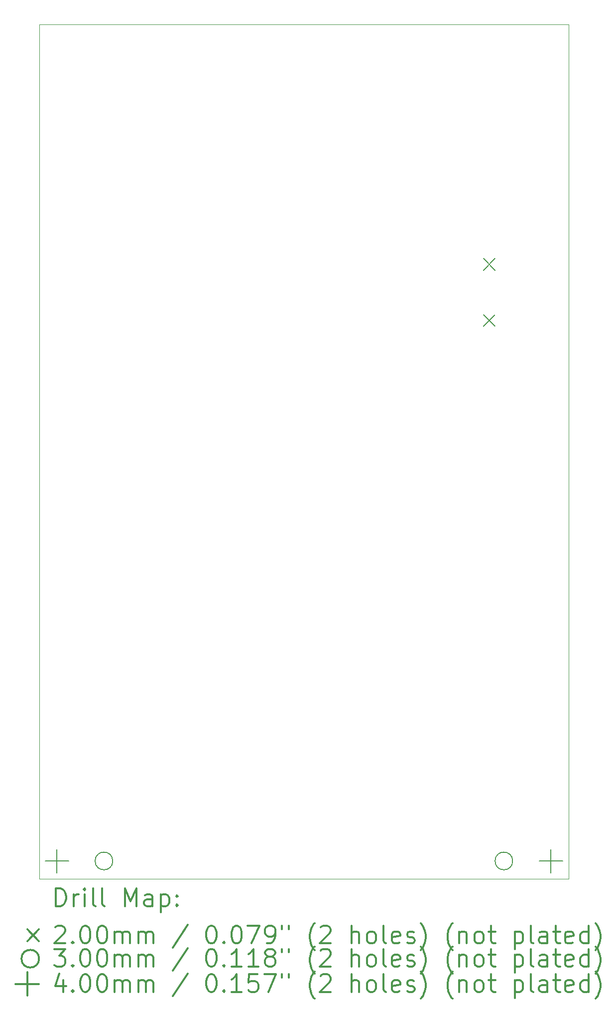
<source format=gbr>
%FSLAX45Y45*%
G04 Gerber Fmt 4.5, Leading zero omitted, Abs format (unit mm)*
G04 Created by KiCad (PCBNEW 5.1.8-db9833491~87~ubuntu18.04.1) date 2020-11-23 07:54:48*
%MOMM*%
%LPD*%
G01*
G04 APERTURE LIST*
%TA.AperFunction,Profile*%
%ADD10C,0.050000*%
%TD*%
%ADD11C,0.200000*%
%ADD12C,0.300000*%
G04 APERTURE END LIST*
D10*
X17000000Y-3000000D02*
X8000000Y-3000000D01*
X17000000Y-17500000D02*
X17000000Y-3000000D01*
X8000000Y-17500000D02*
X17000000Y-17500000D01*
X8000000Y-3000000D02*
X8000000Y-17500000D01*
D11*
X15550000Y-6975000D02*
X15750000Y-7175000D01*
X15750000Y-6975000D02*
X15550000Y-7175000D01*
X15550000Y-7925000D02*
X15750000Y-8125000D01*
X15750000Y-7925000D02*
X15550000Y-8125000D01*
X9250000Y-17200000D02*
G75*
G03*
X9250000Y-17200000I-150000J0D01*
G01*
X16050000Y-17200000D02*
G75*
G03*
X16050000Y-17200000I-150000J0D01*
G01*
X16700000Y-17000000D02*
X16700000Y-17400000D01*
X16500000Y-17200000D02*
X16900000Y-17200000D01*
X8300000Y-17000000D02*
X8300000Y-17400000D01*
X8100000Y-17200000D02*
X8500000Y-17200000D01*
D12*
X8283928Y-17968214D02*
X8283928Y-17668214D01*
X8355357Y-17668214D01*
X8398214Y-17682500D01*
X8426786Y-17711072D01*
X8441071Y-17739643D01*
X8455357Y-17796786D01*
X8455357Y-17839643D01*
X8441071Y-17896786D01*
X8426786Y-17925357D01*
X8398214Y-17953929D01*
X8355357Y-17968214D01*
X8283928Y-17968214D01*
X8583928Y-17968214D02*
X8583928Y-17768214D01*
X8583928Y-17825357D02*
X8598214Y-17796786D01*
X8612500Y-17782500D01*
X8641071Y-17768214D01*
X8669643Y-17768214D01*
X8769643Y-17968214D02*
X8769643Y-17768214D01*
X8769643Y-17668214D02*
X8755357Y-17682500D01*
X8769643Y-17696786D01*
X8783928Y-17682500D01*
X8769643Y-17668214D01*
X8769643Y-17696786D01*
X8955357Y-17968214D02*
X8926786Y-17953929D01*
X8912500Y-17925357D01*
X8912500Y-17668214D01*
X9112500Y-17968214D02*
X9083928Y-17953929D01*
X9069643Y-17925357D01*
X9069643Y-17668214D01*
X9455357Y-17968214D02*
X9455357Y-17668214D01*
X9555357Y-17882500D01*
X9655357Y-17668214D01*
X9655357Y-17968214D01*
X9926786Y-17968214D02*
X9926786Y-17811072D01*
X9912500Y-17782500D01*
X9883928Y-17768214D01*
X9826786Y-17768214D01*
X9798214Y-17782500D01*
X9926786Y-17953929D02*
X9898214Y-17968214D01*
X9826786Y-17968214D01*
X9798214Y-17953929D01*
X9783928Y-17925357D01*
X9783928Y-17896786D01*
X9798214Y-17868214D01*
X9826786Y-17853929D01*
X9898214Y-17853929D01*
X9926786Y-17839643D01*
X10069643Y-17768214D02*
X10069643Y-18068214D01*
X10069643Y-17782500D02*
X10098214Y-17768214D01*
X10155357Y-17768214D01*
X10183928Y-17782500D01*
X10198214Y-17796786D01*
X10212500Y-17825357D01*
X10212500Y-17911072D01*
X10198214Y-17939643D01*
X10183928Y-17953929D01*
X10155357Y-17968214D01*
X10098214Y-17968214D01*
X10069643Y-17953929D01*
X10341071Y-17939643D02*
X10355357Y-17953929D01*
X10341071Y-17968214D01*
X10326786Y-17953929D01*
X10341071Y-17939643D01*
X10341071Y-17968214D01*
X10341071Y-17782500D02*
X10355357Y-17796786D01*
X10341071Y-17811072D01*
X10326786Y-17796786D01*
X10341071Y-17782500D01*
X10341071Y-17811072D01*
X7797500Y-18362500D02*
X7997500Y-18562500D01*
X7997500Y-18362500D02*
X7797500Y-18562500D01*
X8269643Y-18326786D02*
X8283928Y-18312500D01*
X8312500Y-18298214D01*
X8383928Y-18298214D01*
X8412500Y-18312500D01*
X8426786Y-18326786D01*
X8441071Y-18355357D01*
X8441071Y-18383929D01*
X8426786Y-18426786D01*
X8255357Y-18598214D01*
X8441071Y-18598214D01*
X8569643Y-18569643D02*
X8583928Y-18583929D01*
X8569643Y-18598214D01*
X8555357Y-18583929D01*
X8569643Y-18569643D01*
X8569643Y-18598214D01*
X8769643Y-18298214D02*
X8798214Y-18298214D01*
X8826786Y-18312500D01*
X8841071Y-18326786D01*
X8855357Y-18355357D01*
X8869643Y-18412500D01*
X8869643Y-18483929D01*
X8855357Y-18541072D01*
X8841071Y-18569643D01*
X8826786Y-18583929D01*
X8798214Y-18598214D01*
X8769643Y-18598214D01*
X8741071Y-18583929D01*
X8726786Y-18569643D01*
X8712500Y-18541072D01*
X8698214Y-18483929D01*
X8698214Y-18412500D01*
X8712500Y-18355357D01*
X8726786Y-18326786D01*
X8741071Y-18312500D01*
X8769643Y-18298214D01*
X9055357Y-18298214D02*
X9083928Y-18298214D01*
X9112500Y-18312500D01*
X9126786Y-18326786D01*
X9141071Y-18355357D01*
X9155357Y-18412500D01*
X9155357Y-18483929D01*
X9141071Y-18541072D01*
X9126786Y-18569643D01*
X9112500Y-18583929D01*
X9083928Y-18598214D01*
X9055357Y-18598214D01*
X9026786Y-18583929D01*
X9012500Y-18569643D01*
X8998214Y-18541072D01*
X8983928Y-18483929D01*
X8983928Y-18412500D01*
X8998214Y-18355357D01*
X9012500Y-18326786D01*
X9026786Y-18312500D01*
X9055357Y-18298214D01*
X9283928Y-18598214D02*
X9283928Y-18398214D01*
X9283928Y-18426786D02*
X9298214Y-18412500D01*
X9326786Y-18398214D01*
X9369643Y-18398214D01*
X9398214Y-18412500D01*
X9412500Y-18441072D01*
X9412500Y-18598214D01*
X9412500Y-18441072D02*
X9426786Y-18412500D01*
X9455357Y-18398214D01*
X9498214Y-18398214D01*
X9526786Y-18412500D01*
X9541071Y-18441072D01*
X9541071Y-18598214D01*
X9683928Y-18598214D02*
X9683928Y-18398214D01*
X9683928Y-18426786D02*
X9698214Y-18412500D01*
X9726786Y-18398214D01*
X9769643Y-18398214D01*
X9798214Y-18412500D01*
X9812500Y-18441072D01*
X9812500Y-18598214D01*
X9812500Y-18441072D02*
X9826786Y-18412500D01*
X9855357Y-18398214D01*
X9898214Y-18398214D01*
X9926786Y-18412500D01*
X9941071Y-18441072D01*
X9941071Y-18598214D01*
X10526786Y-18283929D02*
X10269643Y-18669643D01*
X10912500Y-18298214D02*
X10941071Y-18298214D01*
X10969643Y-18312500D01*
X10983928Y-18326786D01*
X10998214Y-18355357D01*
X11012500Y-18412500D01*
X11012500Y-18483929D01*
X10998214Y-18541072D01*
X10983928Y-18569643D01*
X10969643Y-18583929D01*
X10941071Y-18598214D01*
X10912500Y-18598214D01*
X10883928Y-18583929D01*
X10869643Y-18569643D01*
X10855357Y-18541072D01*
X10841071Y-18483929D01*
X10841071Y-18412500D01*
X10855357Y-18355357D01*
X10869643Y-18326786D01*
X10883928Y-18312500D01*
X10912500Y-18298214D01*
X11141071Y-18569643D02*
X11155357Y-18583929D01*
X11141071Y-18598214D01*
X11126786Y-18583929D01*
X11141071Y-18569643D01*
X11141071Y-18598214D01*
X11341071Y-18298214D02*
X11369643Y-18298214D01*
X11398214Y-18312500D01*
X11412500Y-18326786D01*
X11426786Y-18355357D01*
X11441071Y-18412500D01*
X11441071Y-18483929D01*
X11426786Y-18541072D01*
X11412500Y-18569643D01*
X11398214Y-18583929D01*
X11369643Y-18598214D01*
X11341071Y-18598214D01*
X11312500Y-18583929D01*
X11298214Y-18569643D01*
X11283928Y-18541072D01*
X11269643Y-18483929D01*
X11269643Y-18412500D01*
X11283928Y-18355357D01*
X11298214Y-18326786D01*
X11312500Y-18312500D01*
X11341071Y-18298214D01*
X11541071Y-18298214D02*
X11741071Y-18298214D01*
X11612500Y-18598214D01*
X11869643Y-18598214D02*
X11926786Y-18598214D01*
X11955357Y-18583929D01*
X11969643Y-18569643D01*
X11998214Y-18526786D01*
X12012500Y-18469643D01*
X12012500Y-18355357D01*
X11998214Y-18326786D01*
X11983928Y-18312500D01*
X11955357Y-18298214D01*
X11898214Y-18298214D01*
X11869643Y-18312500D01*
X11855357Y-18326786D01*
X11841071Y-18355357D01*
X11841071Y-18426786D01*
X11855357Y-18455357D01*
X11869643Y-18469643D01*
X11898214Y-18483929D01*
X11955357Y-18483929D01*
X11983928Y-18469643D01*
X11998214Y-18455357D01*
X12012500Y-18426786D01*
X12126786Y-18298214D02*
X12126786Y-18355357D01*
X12241071Y-18298214D02*
X12241071Y-18355357D01*
X12683928Y-18712500D02*
X12669643Y-18698214D01*
X12641071Y-18655357D01*
X12626786Y-18626786D01*
X12612500Y-18583929D01*
X12598214Y-18512500D01*
X12598214Y-18455357D01*
X12612500Y-18383929D01*
X12626786Y-18341072D01*
X12641071Y-18312500D01*
X12669643Y-18269643D01*
X12683928Y-18255357D01*
X12783928Y-18326786D02*
X12798214Y-18312500D01*
X12826786Y-18298214D01*
X12898214Y-18298214D01*
X12926786Y-18312500D01*
X12941071Y-18326786D01*
X12955357Y-18355357D01*
X12955357Y-18383929D01*
X12941071Y-18426786D01*
X12769643Y-18598214D01*
X12955357Y-18598214D01*
X13312500Y-18598214D02*
X13312500Y-18298214D01*
X13441071Y-18598214D02*
X13441071Y-18441072D01*
X13426786Y-18412500D01*
X13398214Y-18398214D01*
X13355357Y-18398214D01*
X13326786Y-18412500D01*
X13312500Y-18426786D01*
X13626786Y-18598214D02*
X13598214Y-18583929D01*
X13583928Y-18569643D01*
X13569643Y-18541072D01*
X13569643Y-18455357D01*
X13583928Y-18426786D01*
X13598214Y-18412500D01*
X13626786Y-18398214D01*
X13669643Y-18398214D01*
X13698214Y-18412500D01*
X13712500Y-18426786D01*
X13726786Y-18455357D01*
X13726786Y-18541072D01*
X13712500Y-18569643D01*
X13698214Y-18583929D01*
X13669643Y-18598214D01*
X13626786Y-18598214D01*
X13898214Y-18598214D02*
X13869643Y-18583929D01*
X13855357Y-18555357D01*
X13855357Y-18298214D01*
X14126786Y-18583929D02*
X14098214Y-18598214D01*
X14041071Y-18598214D01*
X14012500Y-18583929D01*
X13998214Y-18555357D01*
X13998214Y-18441072D01*
X14012500Y-18412500D01*
X14041071Y-18398214D01*
X14098214Y-18398214D01*
X14126786Y-18412500D01*
X14141071Y-18441072D01*
X14141071Y-18469643D01*
X13998214Y-18498214D01*
X14255357Y-18583929D02*
X14283928Y-18598214D01*
X14341071Y-18598214D01*
X14369643Y-18583929D01*
X14383928Y-18555357D01*
X14383928Y-18541072D01*
X14369643Y-18512500D01*
X14341071Y-18498214D01*
X14298214Y-18498214D01*
X14269643Y-18483929D01*
X14255357Y-18455357D01*
X14255357Y-18441072D01*
X14269643Y-18412500D01*
X14298214Y-18398214D01*
X14341071Y-18398214D01*
X14369643Y-18412500D01*
X14483928Y-18712500D02*
X14498214Y-18698214D01*
X14526786Y-18655357D01*
X14541071Y-18626786D01*
X14555357Y-18583929D01*
X14569643Y-18512500D01*
X14569643Y-18455357D01*
X14555357Y-18383929D01*
X14541071Y-18341072D01*
X14526786Y-18312500D01*
X14498214Y-18269643D01*
X14483928Y-18255357D01*
X15026786Y-18712500D02*
X15012500Y-18698214D01*
X14983928Y-18655357D01*
X14969643Y-18626786D01*
X14955357Y-18583929D01*
X14941071Y-18512500D01*
X14941071Y-18455357D01*
X14955357Y-18383929D01*
X14969643Y-18341072D01*
X14983928Y-18312500D01*
X15012500Y-18269643D01*
X15026786Y-18255357D01*
X15141071Y-18398214D02*
X15141071Y-18598214D01*
X15141071Y-18426786D02*
X15155357Y-18412500D01*
X15183928Y-18398214D01*
X15226786Y-18398214D01*
X15255357Y-18412500D01*
X15269643Y-18441072D01*
X15269643Y-18598214D01*
X15455357Y-18598214D02*
X15426786Y-18583929D01*
X15412500Y-18569643D01*
X15398214Y-18541072D01*
X15398214Y-18455357D01*
X15412500Y-18426786D01*
X15426786Y-18412500D01*
X15455357Y-18398214D01*
X15498214Y-18398214D01*
X15526786Y-18412500D01*
X15541071Y-18426786D01*
X15555357Y-18455357D01*
X15555357Y-18541072D01*
X15541071Y-18569643D01*
X15526786Y-18583929D01*
X15498214Y-18598214D01*
X15455357Y-18598214D01*
X15641071Y-18398214D02*
X15755357Y-18398214D01*
X15683928Y-18298214D02*
X15683928Y-18555357D01*
X15698214Y-18583929D01*
X15726786Y-18598214D01*
X15755357Y-18598214D01*
X16083928Y-18398214D02*
X16083928Y-18698214D01*
X16083928Y-18412500D02*
X16112500Y-18398214D01*
X16169643Y-18398214D01*
X16198214Y-18412500D01*
X16212500Y-18426786D01*
X16226786Y-18455357D01*
X16226786Y-18541072D01*
X16212500Y-18569643D01*
X16198214Y-18583929D01*
X16169643Y-18598214D01*
X16112500Y-18598214D01*
X16083928Y-18583929D01*
X16398214Y-18598214D02*
X16369643Y-18583929D01*
X16355357Y-18555357D01*
X16355357Y-18298214D01*
X16641071Y-18598214D02*
X16641071Y-18441072D01*
X16626786Y-18412500D01*
X16598214Y-18398214D01*
X16541071Y-18398214D01*
X16512500Y-18412500D01*
X16641071Y-18583929D02*
X16612500Y-18598214D01*
X16541071Y-18598214D01*
X16512500Y-18583929D01*
X16498214Y-18555357D01*
X16498214Y-18526786D01*
X16512500Y-18498214D01*
X16541071Y-18483929D01*
X16612500Y-18483929D01*
X16641071Y-18469643D01*
X16741071Y-18398214D02*
X16855357Y-18398214D01*
X16783928Y-18298214D02*
X16783928Y-18555357D01*
X16798214Y-18583929D01*
X16826786Y-18598214D01*
X16855357Y-18598214D01*
X17069643Y-18583929D02*
X17041071Y-18598214D01*
X16983928Y-18598214D01*
X16955357Y-18583929D01*
X16941071Y-18555357D01*
X16941071Y-18441072D01*
X16955357Y-18412500D01*
X16983928Y-18398214D01*
X17041071Y-18398214D01*
X17069643Y-18412500D01*
X17083928Y-18441072D01*
X17083928Y-18469643D01*
X16941071Y-18498214D01*
X17341071Y-18598214D02*
X17341071Y-18298214D01*
X17341071Y-18583929D02*
X17312500Y-18598214D01*
X17255357Y-18598214D01*
X17226786Y-18583929D01*
X17212500Y-18569643D01*
X17198214Y-18541072D01*
X17198214Y-18455357D01*
X17212500Y-18426786D01*
X17226786Y-18412500D01*
X17255357Y-18398214D01*
X17312500Y-18398214D01*
X17341071Y-18412500D01*
X17455357Y-18712500D02*
X17469643Y-18698214D01*
X17498214Y-18655357D01*
X17512500Y-18626786D01*
X17526786Y-18583929D01*
X17541071Y-18512500D01*
X17541071Y-18455357D01*
X17526786Y-18383929D01*
X17512500Y-18341072D01*
X17498214Y-18312500D01*
X17469643Y-18269643D01*
X17455357Y-18255357D01*
X7997500Y-18858500D02*
G75*
G03*
X7997500Y-18858500I-150000J0D01*
G01*
X8255357Y-18694214D02*
X8441071Y-18694214D01*
X8341071Y-18808500D01*
X8383928Y-18808500D01*
X8412500Y-18822786D01*
X8426786Y-18837072D01*
X8441071Y-18865643D01*
X8441071Y-18937072D01*
X8426786Y-18965643D01*
X8412500Y-18979929D01*
X8383928Y-18994214D01*
X8298214Y-18994214D01*
X8269643Y-18979929D01*
X8255357Y-18965643D01*
X8569643Y-18965643D02*
X8583928Y-18979929D01*
X8569643Y-18994214D01*
X8555357Y-18979929D01*
X8569643Y-18965643D01*
X8569643Y-18994214D01*
X8769643Y-18694214D02*
X8798214Y-18694214D01*
X8826786Y-18708500D01*
X8841071Y-18722786D01*
X8855357Y-18751357D01*
X8869643Y-18808500D01*
X8869643Y-18879929D01*
X8855357Y-18937072D01*
X8841071Y-18965643D01*
X8826786Y-18979929D01*
X8798214Y-18994214D01*
X8769643Y-18994214D01*
X8741071Y-18979929D01*
X8726786Y-18965643D01*
X8712500Y-18937072D01*
X8698214Y-18879929D01*
X8698214Y-18808500D01*
X8712500Y-18751357D01*
X8726786Y-18722786D01*
X8741071Y-18708500D01*
X8769643Y-18694214D01*
X9055357Y-18694214D02*
X9083928Y-18694214D01*
X9112500Y-18708500D01*
X9126786Y-18722786D01*
X9141071Y-18751357D01*
X9155357Y-18808500D01*
X9155357Y-18879929D01*
X9141071Y-18937072D01*
X9126786Y-18965643D01*
X9112500Y-18979929D01*
X9083928Y-18994214D01*
X9055357Y-18994214D01*
X9026786Y-18979929D01*
X9012500Y-18965643D01*
X8998214Y-18937072D01*
X8983928Y-18879929D01*
X8983928Y-18808500D01*
X8998214Y-18751357D01*
X9012500Y-18722786D01*
X9026786Y-18708500D01*
X9055357Y-18694214D01*
X9283928Y-18994214D02*
X9283928Y-18794214D01*
X9283928Y-18822786D02*
X9298214Y-18808500D01*
X9326786Y-18794214D01*
X9369643Y-18794214D01*
X9398214Y-18808500D01*
X9412500Y-18837072D01*
X9412500Y-18994214D01*
X9412500Y-18837072D02*
X9426786Y-18808500D01*
X9455357Y-18794214D01*
X9498214Y-18794214D01*
X9526786Y-18808500D01*
X9541071Y-18837072D01*
X9541071Y-18994214D01*
X9683928Y-18994214D02*
X9683928Y-18794214D01*
X9683928Y-18822786D02*
X9698214Y-18808500D01*
X9726786Y-18794214D01*
X9769643Y-18794214D01*
X9798214Y-18808500D01*
X9812500Y-18837072D01*
X9812500Y-18994214D01*
X9812500Y-18837072D02*
X9826786Y-18808500D01*
X9855357Y-18794214D01*
X9898214Y-18794214D01*
X9926786Y-18808500D01*
X9941071Y-18837072D01*
X9941071Y-18994214D01*
X10526786Y-18679929D02*
X10269643Y-19065643D01*
X10912500Y-18694214D02*
X10941071Y-18694214D01*
X10969643Y-18708500D01*
X10983928Y-18722786D01*
X10998214Y-18751357D01*
X11012500Y-18808500D01*
X11012500Y-18879929D01*
X10998214Y-18937072D01*
X10983928Y-18965643D01*
X10969643Y-18979929D01*
X10941071Y-18994214D01*
X10912500Y-18994214D01*
X10883928Y-18979929D01*
X10869643Y-18965643D01*
X10855357Y-18937072D01*
X10841071Y-18879929D01*
X10841071Y-18808500D01*
X10855357Y-18751357D01*
X10869643Y-18722786D01*
X10883928Y-18708500D01*
X10912500Y-18694214D01*
X11141071Y-18965643D02*
X11155357Y-18979929D01*
X11141071Y-18994214D01*
X11126786Y-18979929D01*
X11141071Y-18965643D01*
X11141071Y-18994214D01*
X11441071Y-18994214D02*
X11269643Y-18994214D01*
X11355357Y-18994214D02*
X11355357Y-18694214D01*
X11326786Y-18737072D01*
X11298214Y-18765643D01*
X11269643Y-18779929D01*
X11726786Y-18994214D02*
X11555357Y-18994214D01*
X11641071Y-18994214D02*
X11641071Y-18694214D01*
X11612500Y-18737072D01*
X11583928Y-18765643D01*
X11555357Y-18779929D01*
X11898214Y-18822786D02*
X11869643Y-18808500D01*
X11855357Y-18794214D01*
X11841071Y-18765643D01*
X11841071Y-18751357D01*
X11855357Y-18722786D01*
X11869643Y-18708500D01*
X11898214Y-18694214D01*
X11955357Y-18694214D01*
X11983928Y-18708500D01*
X11998214Y-18722786D01*
X12012500Y-18751357D01*
X12012500Y-18765643D01*
X11998214Y-18794214D01*
X11983928Y-18808500D01*
X11955357Y-18822786D01*
X11898214Y-18822786D01*
X11869643Y-18837072D01*
X11855357Y-18851357D01*
X11841071Y-18879929D01*
X11841071Y-18937072D01*
X11855357Y-18965643D01*
X11869643Y-18979929D01*
X11898214Y-18994214D01*
X11955357Y-18994214D01*
X11983928Y-18979929D01*
X11998214Y-18965643D01*
X12012500Y-18937072D01*
X12012500Y-18879929D01*
X11998214Y-18851357D01*
X11983928Y-18837072D01*
X11955357Y-18822786D01*
X12126786Y-18694214D02*
X12126786Y-18751357D01*
X12241071Y-18694214D02*
X12241071Y-18751357D01*
X12683928Y-19108500D02*
X12669643Y-19094214D01*
X12641071Y-19051357D01*
X12626786Y-19022786D01*
X12612500Y-18979929D01*
X12598214Y-18908500D01*
X12598214Y-18851357D01*
X12612500Y-18779929D01*
X12626786Y-18737072D01*
X12641071Y-18708500D01*
X12669643Y-18665643D01*
X12683928Y-18651357D01*
X12783928Y-18722786D02*
X12798214Y-18708500D01*
X12826786Y-18694214D01*
X12898214Y-18694214D01*
X12926786Y-18708500D01*
X12941071Y-18722786D01*
X12955357Y-18751357D01*
X12955357Y-18779929D01*
X12941071Y-18822786D01*
X12769643Y-18994214D01*
X12955357Y-18994214D01*
X13312500Y-18994214D02*
X13312500Y-18694214D01*
X13441071Y-18994214D02*
X13441071Y-18837072D01*
X13426786Y-18808500D01*
X13398214Y-18794214D01*
X13355357Y-18794214D01*
X13326786Y-18808500D01*
X13312500Y-18822786D01*
X13626786Y-18994214D02*
X13598214Y-18979929D01*
X13583928Y-18965643D01*
X13569643Y-18937072D01*
X13569643Y-18851357D01*
X13583928Y-18822786D01*
X13598214Y-18808500D01*
X13626786Y-18794214D01*
X13669643Y-18794214D01*
X13698214Y-18808500D01*
X13712500Y-18822786D01*
X13726786Y-18851357D01*
X13726786Y-18937072D01*
X13712500Y-18965643D01*
X13698214Y-18979929D01*
X13669643Y-18994214D01*
X13626786Y-18994214D01*
X13898214Y-18994214D02*
X13869643Y-18979929D01*
X13855357Y-18951357D01*
X13855357Y-18694214D01*
X14126786Y-18979929D02*
X14098214Y-18994214D01*
X14041071Y-18994214D01*
X14012500Y-18979929D01*
X13998214Y-18951357D01*
X13998214Y-18837072D01*
X14012500Y-18808500D01*
X14041071Y-18794214D01*
X14098214Y-18794214D01*
X14126786Y-18808500D01*
X14141071Y-18837072D01*
X14141071Y-18865643D01*
X13998214Y-18894214D01*
X14255357Y-18979929D02*
X14283928Y-18994214D01*
X14341071Y-18994214D01*
X14369643Y-18979929D01*
X14383928Y-18951357D01*
X14383928Y-18937072D01*
X14369643Y-18908500D01*
X14341071Y-18894214D01*
X14298214Y-18894214D01*
X14269643Y-18879929D01*
X14255357Y-18851357D01*
X14255357Y-18837072D01*
X14269643Y-18808500D01*
X14298214Y-18794214D01*
X14341071Y-18794214D01*
X14369643Y-18808500D01*
X14483928Y-19108500D02*
X14498214Y-19094214D01*
X14526786Y-19051357D01*
X14541071Y-19022786D01*
X14555357Y-18979929D01*
X14569643Y-18908500D01*
X14569643Y-18851357D01*
X14555357Y-18779929D01*
X14541071Y-18737072D01*
X14526786Y-18708500D01*
X14498214Y-18665643D01*
X14483928Y-18651357D01*
X15026786Y-19108500D02*
X15012500Y-19094214D01*
X14983928Y-19051357D01*
X14969643Y-19022786D01*
X14955357Y-18979929D01*
X14941071Y-18908500D01*
X14941071Y-18851357D01*
X14955357Y-18779929D01*
X14969643Y-18737072D01*
X14983928Y-18708500D01*
X15012500Y-18665643D01*
X15026786Y-18651357D01*
X15141071Y-18794214D02*
X15141071Y-18994214D01*
X15141071Y-18822786D02*
X15155357Y-18808500D01*
X15183928Y-18794214D01*
X15226786Y-18794214D01*
X15255357Y-18808500D01*
X15269643Y-18837072D01*
X15269643Y-18994214D01*
X15455357Y-18994214D02*
X15426786Y-18979929D01*
X15412500Y-18965643D01*
X15398214Y-18937072D01*
X15398214Y-18851357D01*
X15412500Y-18822786D01*
X15426786Y-18808500D01*
X15455357Y-18794214D01*
X15498214Y-18794214D01*
X15526786Y-18808500D01*
X15541071Y-18822786D01*
X15555357Y-18851357D01*
X15555357Y-18937072D01*
X15541071Y-18965643D01*
X15526786Y-18979929D01*
X15498214Y-18994214D01*
X15455357Y-18994214D01*
X15641071Y-18794214D02*
X15755357Y-18794214D01*
X15683928Y-18694214D02*
X15683928Y-18951357D01*
X15698214Y-18979929D01*
X15726786Y-18994214D01*
X15755357Y-18994214D01*
X16083928Y-18794214D02*
X16083928Y-19094214D01*
X16083928Y-18808500D02*
X16112500Y-18794214D01*
X16169643Y-18794214D01*
X16198214Y-18808500D01*
X16212500Y-18822786D01*
X16226786Y-18851357D01*
X16226786Y-18937072D01*
X16212500Y-18965643D01*
X16198214Y-18979929D01*
X16169643Y-18994214D01*
X16112500Y-18994214D01*
X16083928Y-18979929D01*
X16398214Y-18994214D02*
X16369643Y-18979929D01*
X16355357Y-18951357D01*
X16355357Y-18694214D01*
X16641071Y-18994214D02*
X16641071Y-18837072D01*
X16626786Y-18808500D01*
X16598214Y-18794214D01*
X16541071Y-18794214D01*
X16512500Y-18808500D01*
X16641071Y-18979929D02*
X16612500Y-18994214D01*
X16541071Y-18994214D01*
X16512500Y-18979929D01*
X16498214Y-18951357D01*
X16498214Y-18922786D01*
X16512500Y-18894214D01*
X16541071Y-18879929D01*
X16612500Y-18879929D01*
X16641071Y-18865643D01*
X16741071Y-18794214D02*
X16855357Y-18794214D01*
X16783928Y-18694214D02*
X16783928Y-18951357D01*
X16798214Y-18979929D01*
X16826786Y-18994214D01*
X16855357Y-18994214D01*
X17069643Y-18979929D02*
X17041071Y-18994214D01*
X16983928Y-18994214D01*
X16955357Y-18979929D01*
X16941071Y-18951357D01*
X16941071Y-18837072D01*
X16955357Y-18808500D01*
X16983928Y-18794214D01*
X17041071Y-18794214D01*
X17069643Y-18808500D01*
X17083928Y-18837072D01*
X17083928Y-18865643D01*
X16941071Y-18894214D01*
X17341071Y-18994214D02*
X17341071Y-18694214D01*
X17341071Y-18979929D02*
X17312500Y-18994214D01*
X17255357Y-18994214D01*
X17226786Y-18979929D01*
X17212500Y-18965643D01*
X17198214Y-18937072D01*
X17198214Y-18851357D01*
X17212500Y-18822786D01*
X17226786Y-18808500D01*
X17255357Y-18794214D01*
X17312500Y-18794214D01*
X17341071Y-18808500D01*
X17455357Y-19108500D02*
X17469643Y-19094214D01*
X17498214Y-19051357D01*
X17512500Y-19022786D01*
X17526786Y-18979929D01*
X17541071Y-18908500D01*
X17541071Y-18851357D01*
X17526786Y-18779929D01*
X17512500Y-18737072D01*
X17498214Y-18708500D01*
X17469643Y-18665643D01*
X17455357Y-18651357D01*
X7797500Y-19088500D02*
X7797500Y-19488500D01*
X7597500Y-19288500D02*
X7997500Y-19288500D01*
X8412500Y-19224214D02*
X8412500Y-19424214D01*
X8341071Y-19109929D02*
X8269643Y-19324214D01*
X8455357Y-19324214D01*
X8569643Y-19395643D02*
X8583928Y-19409929D01*
X8569643Y-19424214D01*
X8555357Y-19409929D01*
X8569643Y-19395643D01*
X8569643Y-19424214D01*
X8769643Y-19124214D02*
X8798214Y-19124214D01*
X8826786Y-19138500D01*
X8841071Y-19152786D01*
X8855357Y-19181357D01*
X8869643Y-19238500D01*
X8869643Y-19309929D01*
X8855357Y-19367072D01*
X8841071Y-19395643D01*
X8826786Y-19409929D01*
X8798214Y-19424214D01*
X8769643Y-19424214D01*
X8741071Y-19409929D01*
X8726786Y-19395643D01*
X8712500Y-19367072D01*
X8698214Y-19309929D01*
X8698214Y-19238500D01*
X8712500Y-19181357D01*
X8726786Y-19152786D01*
X8741071Y-19138500D01*
X8769643Y-19124214D01*
X9055357Y-19124214D02*
X9083928Y-19124214D01*
X9112500Y-19138500D01*
X9126786Y-19152786D01*
X9141071Y-19181357D01*
X9155357Y-19238500D01*
X9155357Y-19309929D01*
X9141071Y-19367072D01*
X9126786Y-19395643D01*
X9112500Y-19409929D01*
X9083928Y-19424214D01*
X9055357Y-19424214D01*
X9026786Y-19409929D01*
X9012500Y-19395643D01*
X8998214Y-19367072D01*
X8983928Y-19309929D01*
X8983928Y-19238500D01*
X8998214Y-19181357D01*
X9012500Y-19152786D01*
X9026786Y-19138500D01*
X9055357Y-19124214D01*
X9283928Y-19424214D02*
X9283928Y-19224214D01*
X9283928Y-19252786D02*
X9298214Y-19238500D01*
X9326786Y-19224214D01*
X9369643Y-19224214D01*
X9398214Y-19238500D01*
X9412500Y-19267072D01*
X9412500Y-19424214D01*
X9412500Y-19267072D02*
X9426786Y-19238500D01*
X9455357Y-19224214D01*
X9498214Y-19224214D01*
X9526786Y-19238500D01*
X9541071Y-19267072D01*
X9541071Y-19424214D01*
X9683928Y-19424214D02*
X9683928Y-19224214D01*
X9683928Y-19252786D02*
X9698214Y-19238500D01*
X9726786Y-19224214D01*
X9769643Y-19224214D01*
X9798214Y-19238500D01*
X9812500Y-19267072D01*
X9812500Y-19424214D01*
X9812500Y-19267072D02*
X9826786Y-19238500D01*
X9855357Y-19224214D01*
X9898214Y-19224214D01*
X9926786Y-19238500D01*
X9941071Y-19267072D01*
X9941071Y-19424214D01*
X10526786Y-19109929D02*
X10269643Y-19495643D01*
X10912500Y-19124214D02*
X10941071Y-19124214D01*
X10969643Y-19138500D01*
X10983928Y-19152786D01*
X10998214Y-19181357D01*
X11012500Y-19238500D01*
X11012500Y-19309929D01*
X10998214Y-19367072D01*
X10983928Y-19395643D01*
X10969643Y-19409929D01*
X10941071Y-19424214D01*
X10912500Y-19424214D01*
X10883928Y-19409929D01*
X10869643Y-19395643D01*
X10855357Y-19367072D01*
X10841071Y-19309929D01*
X10841071Y-19238500D01*
X10855357Y-19181357D01*
X10869643Y-19152786D01*
X10883928Y-19138500D01*
X10912500Y-19124214D01*
X11141071Y-19395643D02*
X11155357Y-19409929D01*
X11141071Y-19424214D01*
X11126786Y-19409929D01*
X11141071Y-19395643D01*
X11141071Y-19424214D01*
X11441071Y-19424214D02*
X11269643Y-19424214D01*
X11355357Y-19424214D02*
X11355357Y-19124214D01*
X11326786Y-19167072D01*
X11298214Y-19195643D01*
X11269643Y-19209929D01*
X11712500Y-19124214D02*
X11569643Y-19124214D01*
X11555357Y-19267072D01*
X11569643Y-19252786D01*
X11598214Y-19238500D01*
X11669643Y-19238500D01*
X11698214Y-19252786D01*
X11712500Y-19267072D01*
X11726786Y-19295643D01*
X11726786Y-19367072D01*
X11712500Y-19395643D01*
X11698214Y-19409929D01*
X11669643Y-19424214D01*
X11598214Y-19424214D01*
X11569643Y-19409929D01*
X11555357Y-19395643D01*
X11826786Y-19124214D02*
X12026786Y-19124214D01*
X11898214Y-19424214D01*
X12126786Y-19124214D02*
X12126786Y-19181357D01*
X12241071Y-19124214D02*
X12241071Y-19181357D01*
X12683928Y-19538500D02*
X12669643Y-19524214D01*
X12641071Y-19481357D01*
X12626786Y-19452786D01*
X12612500Y-19409929D01*
X12598214Y-19338500D01*
X12598214Y-19281357D01*
X12612500Y-19209929D01*
X12626786Y-19167072D01*
X12641071Y-19138500D01*
X12669643Y-19095643D01*
X12683928Y-19081357D01*
X12783928Y-19152786D02*
X12798214Y-19138500D01*
X12826786Y-19124214D01*
X12898214Y-19124214D01*
X12926786Y-19138500D01*
X12941071Y-19152786D01*
X12955357Y-19181357D01*
X12955357Y-19209929D01*
X12941071Y-19252786D01*
X12769643Y-19424214D01*
X12955357Y-19424214D01*
X13312500Y-19424214D02*
X13312500Y-19124214D01*
X13441071Y-19424214D02*
X13441071Y-19267072D01*
X13426786Y-19238500D01*
X13398214Y-19224214D01*
X13355357Y-19224214D01*
X13326786Y-19238500D01*
X13312500Y-19252786D01*
X13626786Y-19424214D02*
X13598214Y-19409929D01*
X13583928Y-19395643D01*
X13569643Y-19367072D01*
X13569643Y-19281357D01*
X13583928Y-19252786D01*
X13598214Y-19238500D01*
X13626786Y-19224214D01*
X13669643Y-19224214D01*
X13698214Y-19238500D01*
X13712500Y-19252786D01*
X13726786Y-19281357D01*
X13726786Y-19367072D01*
X13712500Y-19395643D01*
X13698214Y-19409929D01*
X13669643Y-19424214D01*
X13626786Y-19424214D01*
X13898214Y-19424214D02*
X13869643Y-19409929D01*
X13855357Y-19381357D01*
X13855357Y-19124214D01*
X14126786Y-19409929D02*
X14098214Y-19424214D01*
X14041071Y-19424214D01*
X14012500Y-19409929D01*
X13998214Y-19381357D01*
X13998214Y-19267072D01*
X14012500Y-19238500D01*
X14041071Y-19224214D01*
X14098214Y-19224214D01*
X14126786Y-19238500D01*
X14141071Y-19267072D01*
X14141071Y-19295643D01*
X13998214Y-19324214D01*
X14255357Y-19409929D02*
X14283928Y-19424214D01*
X14341071Y-19424214D01*
X14369643Y-19409929D01*
X14383928Y-19381357D01*
X14383928Y-19367072D01*
X14369643Y-19338500D01*
X14341071Y-19324214D01*
X14298214Y-19324214D01*
X14269643Y-19309929D01*
X14255357Y-19281357D01*
X14255357Y-19267072D01*
X14269643Y-19238500D01*
X14298214Y-19224214D01*
X14341071Y-19224214D01*
X14369643Y-19238500D01*
X14483928Y-19538500D02*
X14498214Y-19524214D01*
X14526786Y-19481357D01*
X14541071Y-19452786D01*
X14555357Y-19409929D01*
X14569643Y-19338500D01*
X14569643Y-19281357D01*
X14555357Y-19209929D01*
X14541071Y-19167072D01*
X14526786Y-19138500D01*
X14498214Y-19095643D01*
X14483928Y-19081357D01*
X15026786Y-19538500D02*
X15012500Y-19524214D01*
X14983928Y-19481357D01*
X14969643Y-19452786D01*
X14955357Y-19409929D01*
X14941071Y-19338500D01*
X14941071Y-19281357D01*
X14955357Y-19209929D01*
X14969643Y-19167072D01*
X14983928Y-19138500D01*
X15012500Y-19095643D01*
X15026786Y-19081357D01*
X15141071Y-19224214D02*
X15141071Y-19424214D01*
X15141071Y-19252786D02*
X15155357Y-19238500D01*
X15183928Y-19224214D01*
X15226786Y-19224214D01*
X15255357Y-19238500D01*
X15269643Y-19267072D01*
X15269643Y-19424214D01*
X15455357Y-19424214D02*
X15426786Y-19409929D01*
X15412500Y-19395643D01*
X15398214Y-19367072D01*
X15398214Y-19281357D01*
X15412500Y-19252786D01*
X15426786Y-19238500D01*
X15455357Y-19224214D01*
X15498214Y-19224214D01*
X15526786Y-19238500D01*
X15541071Y-19252786D01*
X15555357Y-19281357D01*
X15555357Y-19367072D01*
X15541071Y-19395643D01*
X15526786Y-19409929D01*
X15498214Y-19424214D01*
X15455357Y-19424214D01*
X15641071Y-19224214D02*
X15755357Y-19224214D01*
X15683928Y-19124214D02*
X15683928Y-19381357D01*
X15698214Y-19409929D01*
X15726786Y-19424214D01*
X15755357Y-19424214D01*
X16083928Y-19224214D02*
X16083928Y-19524214D01*
X16083928Y-19238500D02*
X16112500Y-19224214D01*
X16169643Y-19224214D01*
X16198214Y-19238500D01*
X16212500Y-19252786D01*
X16226786Y-19281357D01*
X16226786Y-19367072D01*
X16212500Y-19395643D01*
X16198214Y-19409929D01*
X16169643Y-19424214D01*
X16112500Y-19424214D01*
X16083928Y-19409929D01*
X16398214Y-19424214D02*
X16369643Y-19409929D01*
X16355357Y-19381357D01*
X16355357Y-19124214D01*
X16641071Y-19424214D02*
X16641071Y-19267072D01*
X16626786Y-19238500D01*
X16598214Y-19224214D01*
X16541071Y-19224214D01*
X16512500Y-19238500D01*
X16641071Y-19409929D02*
X16612500Y-19424214D01*
X16541071Y-19424214D01*
X16512500Y-19409929D01*
X16498214Y-19381357D01*
X16498214Y-19352786D01*
X16512500Y-19324214D01*
X16541071Y-19309929D01*
X16612500Y-19309929D01*
X16641071Y-19295643D01*
X16741071Y-19224214D02*
X16855357Y-19224214D01*
X16783928Y-19124214D02*
X16783928Y-19381357D01*
X16798214Y-19409929D01*
X16826786Y-19424214D01*
X16855357Y-19424214D01*
X17069643Y-19409929D02*
X17041071Y-19424214D01*
X16983928Y-19424214D01*
X16955357Y-19409929D01*
X16941071Y-19381357D01*
X16941071Y-19267072D01*
X16955357Y-19238500D01*
X16983928Y-19224214D01*
X17041071Y-19224214D01*
X17069643Y-19238500D01*
X17083928Y-19267072D01*
X17083928Y-19295643D01*
X16941071Y-19324214D01*
X17341071Y-19424214D02*
X17341071Y-19124214D01*
X17341071Y-19409929D02*
X17312500Y-19424214D01*
X17255357Y-19424214D01*
X17226786Y-19409929D01*
X17212500Y-19395643D01*
X17198214Y-19367072D01*
X17198214Y-19281357D01*
X17212500Y-19252786D01*
X17226786Y-19238500D01*
X17255357Y-19224214D01*
X17312500Y-19224214D01*
X17341071Y-19238500D01*
X17455357Y-19538500D02*
X17469643Y-19524214D01*
X17498214Y-19481357D01*
X17512500Y-19452786D01*
X17526786Y-19409929D01*
X17541071Y-19338500D01*
X17541071Y-19281357D01*
X17526786Y-19209929D01*
X17512500Y-19167072D01*
X17498214Y-19138500D01*
X17469643Y-19095643D01*
X17455357Y-19081357D01*
M02*

</source>
